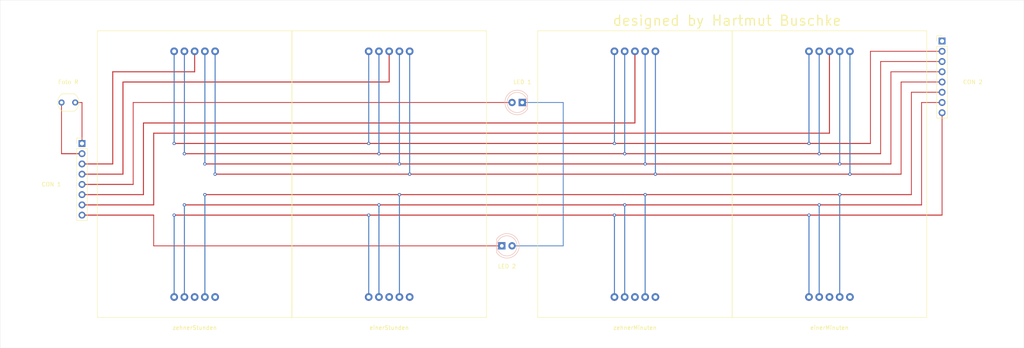
<source format=kicad_pcb>
(kicad_pcb (version 20221018) (generator pcbnew)
  (layers (0 "F.Cu" signal) (31 "B.Cu" signal) (34 "B.Paste" user) (35 "F.Paste" user) (36 "B.SilkS" user "B.Silkscreen") (37 "F.SilkS" user "F.Silkscreen") (38 "B.Mask" user) (39 "F.Mask" user) (44 "Edge.Cuts" user))
  (net 0 "")
  (footprint "eigene:SA23" (layer "F.Cu") (at 172.72 88.9)
    (fp_text reference "zehnerMinuten" (at 0 38.1 unlocked) (layer "F.SilkS"))
    (fp_text value "SA23")
    (fp_rect (start -24.13 -35.56) (end 24.13 35.56) (stroke (width 0.12)) (fill none) (layer "F.SilkS"))
    (pad "2" thru_hole circle (at -5.08 30.48) (size 1.9 1.9) (drill 1) (layers "*.Cu" "*.Mask"))
    (pad "3" thru_hole circle (at -2.54 30.48) (size 1.9 1.9) (drill 1) (layers "*.Cu" "*.Mask"))
    (pad "4" thru_hole circle (at 0 30.48) (size 1.9 1.9) (drill 1) (layers "*.Cu" "*.Mask"))
    (pad "5" thru_hole circle (at 2.54 30.48) (size 1.9 1.9) (drill 1) (layers "*.Cu" "*.Mask"))
    (pad "6" thru_hole circle (at 5.08 30.48) (size 1.9 1.9) (drill 1) (layers "*.Cu" "*.Mask"))
    (pad "7" thru_hole circle (at 5.08 -30.48) (size 1.9 1.9) (drill 1) (layers "*.Cu" "*.Mask"))
    (pad "8" thru_hole circle (at 2.54 -30.48) (size 1.9 1.9) (drill 1) (layers "*.Cu" "*.Mask"))
    (pad "9" thru_hole circle (at 0 -30.48) (size 1.9 1.9) (drill 1) (layers "*.Cu" "*.Mask"))
    (pad "10" thru_hole circle (at -2.54 -30.48) (size 1.9 1.9) (drill 1) (layers "*.Cu" "*.Mask"))
    (pad "11" thru_hole circle (at -5.08 -30.48) (size 1.9 1.9) (drill 1) (layers "*.Cu" "*.Mask"))
  )
  (footprint "Connector_PinHeader_2.54mm:PinHeader_1x08_P2.54mm_Vertical" (layer "F.Cu") (at 248.92 55.88)
    (fp_text reference "CON 2" (at 7.62 10.16) (layer "F.SilkS"))
    (fp_text value "PinHeader_1x08_P2.54mm_Vertical" hide)
    (fp_line (start -1.33 -1.33) (end 0 -1.33) (stroke (width 0.12)) (layer "F.SilkS"))
    (fp_line (start -1.33 0) (end -1.33 -1.33) (stroke (width 0.12)) (layer "F.SilkS"))
    (fp_line (start -1.33 1.27) (end -1.33 19.11) (stroke (width 0.12)) (layer "F.SilkS"))
    (fp_line (start -1.33 1.27) (end 1.33 1.27) (stroke (width 0.12)) (layer "F.SilkS"))
    (fp_line (start -1.33 19.11) (end 1.33 19.11) (stroke (width 0.12)) (layer "F.SilkS"))
    (fp_line (start 1.33 1.27) (end 1.33 19.11) (stroke (width 0.12)) (layer "F.SilkS"))
    (pad "1" thru_hole rect (at 0 0) (size 1.7 1.7) (drill 1) (layers "*.Cu" "*.Mask"))
    (pad "2" thru_hole oval (at 0 2.54) (size 1.7 1.7) (drill 1) (layers "*.Cu" "*.Mask"))
    (pad "3" thru_hole oval (at 0 5.08) (size 1.7 1.7) (drill 1) (layers "*.Cu" "*.Mask"))
    (pad "4" thru_hole oval (at 0 7.62) (size 1.7 1.7) (drill 1) (layers "*.Cu" "*.Mask"))
    (pad "5" thru_hole oval (at 0 10.16) (size 1.7 1.7) (drill 1) (layers "*.Cu" "*.Mask"))
    (pad "6" thru_hole oval (at 0 12.7) (size 1.7 1.7) (drill 1) (layers "*.Cu" "*.Mask"))
    (pad "7" thru_hole oval (at 0 15.24) (size 1.7 1.7) (drill 1) (layers "*.Cu" "*.Mask"))
    (pad "8" thru_hole oval (at 0 17.78) (size 1.7 1.7) (drill 1) (layers "*.Cu" "*.Mask"))
  )
  (footprint "MountingHole:MountingHole_3.2mm_M3" (layer "F.Cu") (at 259.08 121.92)
    (fp_text reference "REF**" hide)
    (fp_text value "MountingHole_3.2mm_M3" hide)
    (pad "" np_thru_hole circle (at 0 0) (size 3.2 3.2) (drill 3.2) (layers "*.Cu" "*.Mask"))
  )
  (footprint "eigene:SA23" (layer "F.Cu") (at 220.98 88.9)
    (fp_text reference "einerMinuten" (at 0 38.1 unlocked) (layer "F.SilkS"))
    (fp_text value "SA23")
    (fp_rect (start -24.13 -35.56) (end 24.13 35.56) (stroke (width 0.12)) (fill none) (layer "F.SilkS"))
    (pad "2" thru_hole circle (at -5.08 30.48) (size 1.9 1.9) (drill 1) (layers "*.Cu" "*.Mask"))
    (pad "3" thru_hole circle (at -2.54 30.48) (size 1.9 1.9) (drill 1) (layers "*.Cu" "*.Mask"))
    (pad "4" thru_hole circle (at 0 30.48) (size 1.9 1.9) (drill 1) (layers "*.Cu" "*.Mask"))
    (pad "5" thru_hole circle (at 2.54 30.48) (size 1.9 1.9) (drill 1) (layers "*.Cu" "*.Mask"))
    (pad "6" thru_hole circle (at 5.08 30.48) (size 1.9 1.9) (drill 1) (layers "*.Cu" "*.Mask"))
    (pad "7" thru_hole circle (at 5.08 -30.48) (size 1.9 1.9) (drill 1) (layers "*.Cu" "*.Mask"))
    (pad "8" thru_hole circle (at 2.54 -30.48) (size 1.9 1.9) (drill 1) (layers "*.Cu" "*.Mask"))
    (pad "9" thru_hole circle (at 0 -30.48) (size 1.9 1.9) (drill 1) (layers "*.Cu" "*.Mask"))
    (pad "10" thru_hole circle (at -2.54 -30.48) (size 1.9 1.9) (drill 1) (layers "*.Cu" "*.Mask"))
    (pad "11" thru_hole circle (at -5.08 -30.48) (size 1.9 1.9) (drill 1) (layers "*.Cu" "*.Mask"))
  )
  (footprint "MountingHole:MountingHole_3.2mm_M3" (layer "F.Cu") (at 25.4 55.88)
    (fp_text reference "REF**" hide)
    (fp_text value "MountingHole_3.2mm_M3" hide)
    (pad "" np_thru_hole circle (at 0 0) (size 3.2 3.2) (drill 3.2) (layers "*.Cu" "*.Mask"))
  )
  (footprint "eigene:SA23" (layer "F.Cu") (at 111.76 88.9)
    (fp_text reference "einerStunden" (at 0 38.1 unlocked) (layer "F.SilkS"))
    (fp_text value "SA23")
    (fp_rect (start -24.13 -35.56) (end 24.13 35.56) (stroke (width 0.12)) (fill none) (layer "F.SilkS"))
    (pad "2" thru_hole circle (at -5.08 30.48) (size 1.9 1.9) (drill 1) (layers "*.Cu" "*.Mask"))
    (pad "3" thru_hole circle (at -2.54 30.48) (size 1.9 1.9) (drill 1) (layers "*.Cu" "*.Mask"))
    (pad "4" thru_hole circle (at 0 30.48) (size 1.9 1.9) (drill 1) (layers "*.Cu" "*.Mask"))
    (pad "5" thru_hole circle (at 2.54 30.48) (size 1.9 1.9) (drill 1) (layers "*.Cu" "*.Mask"))
    (pad "6" thru_hole circle (at 5.08 30.48) (size 1.9 1.9) (drill 1) (layers "*.Cu" "*.Mask"))
    (pad "7" thru_hole circle (at 5.08 -30.48) (size 1.9 1.9) (drill 1) (layers "*.Cu" "*.Mask"))
    (pad "8" thru_hole circle (at 2.54 -30.48) (size 1.9 1.9) (drill 1) (layers "*.Cu" "*.Mask"))
    (pad "9" thru_hole circle (at 0 -30.48) (size 1.9 1.9) (drill 1) (layers "*.Cu" "*.Mask"))
    (pad "10" thru_hole circle (at -2.54 -30.48) (size 1.9 1.9) (drill 1) (layers "*.Cu" "*.Mask"))
    (pad "11" thru_hole circle (at -5.08 -30.48) (size 1.9 1.9) (drill 1) (layers "*.Cu" "*.Mask"))
  )
  (footprint "eigene:SA23" (layer "F.Cu") (at 63.5 88.9)
    (fp_text reference "zehnerStunden" (at 0 38.1 unlocked) (layer "F.SilkS"))
    (fp_text value "SA23")
    (fp_rect (start -24.13 -35.56) (end 24.13 35.56) (stroke (width 0.12)) (fill none) (layer "F.SilkS"))
    (pad "2" thru_hole circle (at -5.08 30.48) (size 1.9 1.9) (drill 1) (layers "*.Cu" "*.Mask"))
    (pad "3" thru_hole circle (at -2.54 30.48) (size 1.9 1.9) (drill 1) (layers "*.Cu" "*.Mask"))
    (pad "4" thru_hole circle (at 0 30.48) (size 1.9 1.9) (drill 1) (layers "*.Cu" "*.Mask"))
    (pad "5" thru_hole circle (at 2.54 30.48) (size 1.9 1.9) (drill 1) (layers "*.Cu" "*.Mask"))
    (pad "6" thru_hole circle (at 5.08 30.48) (size 1.9 1.9) (drill 1) (layers "*.Cu" "*.Mask"))
    (pad "7" thru_hole circle (at 5.08 -30.48) (size 1.9 1.9) (drill 1) (layers "*.Cu" "*.Mask"))
    (pad "8" thru_hole circle (at 2.54 -30.48) (size 1.9 1.9) (drill 1) (layers "*.Cu" "*.Mask"))
    (pad "9" thru_hole circle (at 0 -30.48) (size 1.9 1.9) (drill 1) (layers "*.Cu" "*.Mask"))
    (pad "10" thru_hole circle (at -2.54 -30.48) (size 1.9 1.9) (drill 1) (layers "*.Cu" "*.Mask"))
    (pad "11" thru_hole circle (at -5.08 -30.48) (size 1.9 1.9) (drill 1) (layers "*.Cu" "*.Mask"))
  )
  (footprint "OptoDevice:R_LDR_5.1x4.3mm_P3.4mm_Vertical" (layer "F.Cu") (at 30.48 71.12)
    (fp_text reference "Foto R" (at 1.675 -5.08) (layer "F.SilkS"))
    (fp_text value "R_LDR_5.1x4.3mm_P3.4mm_Vertical" hide)
    (fp_line (start 0.15 -2.15) (end 3.2 -2.15) (stroke (width 0.12)) (layer "F.SilkS"))
    (fp_line (start 0.15 2.15) (end 3.2 2.15) (stroke (width 0.12)) (layer "F.SilkS"))
    (fp_arc (start 0.15 2.15) (mid -0.950438 -0.013368) (end 0.171766 -2.165525) (stroke (width 0.12)) (layer "F.SilkS"))
    (fp_arc (start 3.2 -2.15) (mid 4.321403 -0.027338) (end 3.244513 2.118249) (stroke (width 0.12)) (layer "F.SilkS"))
    (pad "1" thru_hole circle (at 0 0) (size 1.5 1.5) (drill 0.8) (layers "*.Cu" "*.Mask"))
    (pad "2" thru_hole circle (at 3.4 0) (size 1.5 1.5) (drill 0.8) (layers "*.Cu" "*.Mask"))
  )
  (footprint "MountingHole:MountingHole_3.2mm_M3" (layer "F.Cu") (at 25.4 121.92)
    (fp_text reference "REF**" hide)
    (fp_text value "MountingHole_3.2mm_M3" hide)
    (pad "" np_thru_hole circle (at 0 0) (size 3.2 3.2) (drill 3.2) (layers "*.Cu" "*.Mask"))
  )
  (footprint "Connector_PinHeader_2.54mm:PinHeader_1x08_P2.54mm_Vertical" (layer "F.Cu") (at 35.56 81.28)
    (fp_text reference "CON 1" (at -7.62 10.16) (layer "F.SilkS"))
    (fp_text value "PinHeader_1x08_P2.54mm_Vertical" hide)
    (fp_line (start -1.33 -1.33) (end 0 -1.33) (stroke (width 0.12)) (layer "F.SilkS"))
    (fp_line (start -1.33 0) (end -1.33 -1.33) (stroke (width 0.12)) (layer "F.SilkS"))
    (fp_line (start -1.33 1.27) (end -1.33 19.11) (stroke (width 0.12)) (layer "F.SilkS"))
    (fp_line (start -1.33 1.27) (end 1.33 1.27) (stroke (width 0.12)) (layer "F.SilkS"))
    (fp_line (start -1.33 19.11) (end 1.33 19.11) (stroke (width 0.12)) (layer "F.SilkS"))
    (fp_line (start 1.33 1.27) (end 1.33 19.11) (stroke (width 0.12)) (layer "F.SilkS"))
    (pad "1" thru_hole rect (at 0 0) (size 1.7 1.7) (drill 1) (layers "*.Cu" "*.Mask"))
    (pad "2" thru_hole oval (at 0 2.54) (size 1.7 1.7) (drill 1) (layers "*.Cu" "*.Mask"))
    (pad "3" thru_hole oval (at 0 5.08) (size 1.7 1.7) (drill 1) (layers "*.Cu" "*.Mask"))
    (pad "4" thru_hole oval (at 0 7.62) (size 1.7 1.7) (drill 1) (layers "*.Cu" "*.Mask"))
    (pad "5" thru_hole oval (at 0 10.16) (size 1.7 1.7) (drill 1) (layers "*.Cu" "*.Mask"))
    (pad "6" thru_hole oval (at 0 12.7) (size 1.7 1.7) (drill 1) (layers "*.Cu" "*.Mask"))
    (pad "7" thru_hole oval (at 0 15.24) (size 1.7 1.7) (drill 1) (layers "*.Cu" "*.Mask"))
    (pad "8" thru_hole oval (at 0 17.78) (size 1.7 1.7) (drill 1) (layers "*.Cu" "*.Mask"))
  )
  (footprint "MountingHole:MountingHole_3.2mm_M3" (layer "F.Cu") (at 259.08 55.88)
    (fp_text reference "REF**" hide)
    (fp_text value "MountingHole_3.2mm_M3" hide)
    (pad "" np_thru_hole circle (at 0 0) (size 3.2 3.2) (drill 3.2) (layers "*.Cu" "*.Mask"))
  )
  (footprint "LED_THT:LED_D5.0mm_FlatTop" (layer "B.Cu") (at 144.78 71.12 180)
    (fp_text reference "LED 1" (at 0 5.08) (layer "F.SilkS"))
    (fp_text value "LED_D5.0mm_FlatTop" hide)
    (fp_line (start -1.29 1.64) (end -1.29 -1.64) (stroke (width 0.12)) (layer "B.SilkS"))
    (fp_arc (start -1.29 -1.639512) (mid 2.125106 -2.917258) (end 4.309999 0.001958) (stroke (width 0.12)) (layer "B.SilkS"))
    (fp_arc (start 4.309999 -0.001958) (mid 2.125106 2.917258) (end -1.29 1.639512) (stroke (width 0.12)) (layer "B.SilkS"))
    (fp_circle (center 1.27 0) (end 3.77 0) (stroke (width 0.12)) (fill none) (layer "B.SilkS"))
    (pad "1" thru_hole rect (at 0 0 180) (size 1.8 1.8) (drill 0.9) (layers "*.Cu" "*.Mask"))
    (pad "2" thru_hole circle (at 2.54 0 180) (size 1.8 1.8) (drill 0.9) (layers "*.Cu" "*.Mask"))
  )
  (footprint "LED_THT:LED_D5.0mm_FlatTop" (layer "B.Cu") (at 139.7 106.68)
    (fp_text reference "LED 2" (at 1.27 5.08) (layer "F.SilkS"))
    (fp_text value "LED_D5.0mm_FlatTop" hide)
    (fp_line (start -1.29 1.64) (end -1.29 -1.64) (stroke (width 0.12)) (layer "B.SilkS"))
    (fp_arc (start -1.29 -1.639512) (mid 2.125106 -2.917258) (end 4.309999 0.001958) (stroke (width 0.12)) (layer "B.SilkS"))
    (fp_arc (start 4.309999 -0.001958) (mid 2.125106 2.917258) (end -1.29 1.639512) (stroke (width 0.12)) (layer "B.SilkS"))
    (fp_circle (center 1.27 0) (end 3.77 0) (stroke (width 0.12)) (fill none) (layer "B.SilkS"))
    (pad "1" thru_hole rect (at 0 0) (size 1.8 1.8) (drill 0.9) (layers "*.Cu" "*.Mask"))
    (pad "2" thru_hole circle (at 2.54 0) (size 1.8 1.8) (drill 0.9) (layers "*.Cu" "*.Mask"))
  )
  (gr_rect (start 142.24 129.54) (end 142.24 129.54) (stroke (width 0.2)) (fill none) (layer "B.Cu"))
  (gr_rect (start 15.24 45.72) (end 269.24 132.08) (stroke (width 0.05)) (fill none) (layer "Edge.Cuts"))
  (gr_text "designed by Hartmut Buschke" (at 195.58 50.8) (layer "F.SilkS") (effects (font (size 2.5 2.5) (thickness 0.3))))
  (segment (start 30.48 71.12) (end 30.48 83.82) (width 0.2) (layer "F.Cu") (net 0))
  (segment (start 231.14 81.28) (end 58.42 81.28) (width 0.25) (layer "F.Cu") (net 0))
  (segment (start 33.88 71.12) (end 35.56 71.12) (width 0.2) (layer "F.Cu") (net 0))
  (segment (start 35.56 99.06) (end 53.34 99.06) (width 0.25) (layer "F.Cu") (net 0))
  (segment (start 43.18 86.36) (end 43.18 63.5) (width 0.25) (layer "F.Cu") (net 0))
  (segment (start 248.92 58.42) (end 231.14 58.42) (width 0.2) (layer "F.Cu") (net 0))
  (segment (start 248.92 68.58) (end 241.3 68.58) (width 0.2) (layer "F.Cu") (net 0))
  (segment (start 248.92 99.06) (end 58.42 99.06) (width 0.25) (layer "F.Cu") (net 0))
  (segment (start 220.98 58.42) (end 220.98 78.74) (width 0.25) (layer "F.Cu") (net 0))
  (segment (start 241.3 93.98) (end 66.04 93.98) (width 0.25) (layer "F.Cu") (net 0))
  (segment (start 248.92 71.12) (end 243.84 71.12) (width 0.2) (layer "F.Cu") (net 0))
  (segment (start 142.24 71.12) (end 48.26 71.12) (width 0.2) (layer "F.Cu") (net 0))
  (segment (start 233.68 60.96) (end 233.68 83.82) (width 0.2) (layer "F.Cu") (net 0))
  (segment (start 236.22 63.5) (end 236.22 86.36) (width 0.2) (layer "F.Cu") (net 0))
  (segment (start 53.34 96.52) (end 35.56 96.52) (width 0.25) (layer "F.Cu") (net 0))
  (segment (start 111.76 66.04) (end 111.76 58.42) (width 0.25) (layer "F.Cu") (net 0))
  (segment (start 35.56 86.36) (end 43.18 86.36) (width 0.25) (layer "F.Cu") (net 0))
  (segment (start 248.92 60.96) (end 233.68 60.96) (width 0.2) (layer "F.Cu") (net 0))
  (segment (start 45.72 66.04) (end 111.76 66.04) (width 0.25) (layer "F.Cu") (net 0))
  (segment (start 45.72 88.9) (end 45.72 66.04) (width 0.25) (layer "F.Cu") (net 0))
  (segment (start 30.48 83.82) (end 35.56 83.82) (width 0.25) (layer "F.Cu") (net 0))
  (segment (start 50.8 76.2) (end 50.8 93.98) (width 0.25) (layer "F.Cu") (net 0))
  (segment (start 248.92 73.66) (end 248.92 99.06) (width 0.2) (layer "F.Cu") (net 0))
  (segment (start 53.34 106.68) (end 53.34 99.06) (width 0.2) (layer "F.Cu") (net 0))
  (segment (start 35.56 91.44) (end 48.26 91.44) (width 0.25) (layer "F.Cu") (net 0))
  (segment (start 231.14 58.42) (end 231.14 81.28) (width 0.2) (layer "F.Cu") (net 0))
  (segment (start 220.98 78.74) (end 53.34 78.74) (width 0.25) (layer "F.Cu") (net 0))
  (segment (start 243.84 96.52) (end 60.96 96.52) (width 0.25) (layer "F.Cu") (net 0))
  (segment (start 50.8 93.98) (end 35.56 93.98) (width 0.25) (layer "F.Cu") (net 0))
  (segment (start 248.92 66.04) (end 238.76 66.04) (width 0.2) (layer "F.Cu") (net 0))
  (segment (start 238.76 88.9) (end 68.58 88.9) (width 0.25) (layer "F.Cu") (net 0))
  (segment (start 243.84 71.12) (end 243.84 96.52) (width 0.2) (layer "F.Cu") (net 0))
  (segment (start 233.68 83.82) (end 60.96 83.82) (width 0.25) (layer "F.Cu") (net 0))
  (segment (start 241.3 68.58) (end 241.3 93.98) (width 0.2) (layer "F.Cu") (net 0))
  (segment (start 139.7 106.68) (end 53.34 106.68) (width 0.2) (layer "F.Cu") (net 0))
  (segment (start 48.26 71.12) (end 48.26 91.44) (width 0.2) (layer "F.Cu") (net 0))
  (segment (start 43.18 63.5) (end 63.5 63.5) (width 0.25) (layer "F.Cu") (net 0))
  (segment (start 35.56 71.12) (end 35.56 81.28) (width 0.2) (layer "F.Cu") (net 0))
  (segment (start 35.56 88.9) (end 45.72 88.9) (width 0.25) (layer "F.Cu") (net 0))
  (segment (start 238.76 66.04) (end 238.76 88.9) (width 0.2) (layer "F.Cu") (net 0))
  (segment (start 172.72 58.42) (end 172.72 76.2) (width 0.25) (layer "F.Cu") (net 0))
  (segment (start 172.72 76.2) (end 50.8 76.2) (width 0.25) (layer "F.Cu") (net 0))
  (segment (start 236.22 86.36) (end 66.04 86.36) (width 0.25) (layer "F.Cu") (net 0))
  (segment (start 248.92 63.5) (end 236.22 63.5) (width 0.2) (layer "F.Cu") (net 0))
  (segment (start 63.5 63.5) (end 63.5 58.42) (width 0.25) (layer "F.Cu") (net 0))
  (segment (start 53.34 78.74) (end 53.34 96.52) (width 0.25) (layer "F.Cu") (net 0))
  (via (at 66.04 93.98) (size 0.8) (drill 0.4) (layers "F.Cu" "B.Cu") (net 0))
  (via (at 226.06 88.9) (size 0.8) (drill 0.4) (layers "F.Cu" "B.Cu") (net 0))
  (via (at 170.18 83.82) (size 0.8) (drill 0.4) (layers "F.Cu" "B.Cu") (net 0))
  (via (at 175.26 93.98) (size 0.8) (drill 0.4) (layers "F.Cu" "B.Cu") (net 0))
  (via (at 106.68 99.06) (size 0.8) (drill 0.4) (layers "F.Cu" "B.Cu") (net 0))
  (via (at 114.3 93.98) (size 0.8) (drill 0.4) (layers "F.Cu" "B.Cu") (net 0))
  (via (at 223.52 86.36) (size 0.8) (drill 0.4) (layers "F.Cu" "B.Cu") (net 0))
  (via (at 177.8 88.9) (size 0.8) (drill 0.4) (layers "F.Cu" "B.Cu") (net 0))
  (via (at 218.44 96.52) (size 0.8) (drill 0.4) (layers "F.Cu" "B.Cu") (net 0))
  (via (at 58.42 81.28) (size 0.8) (drill 0.4) (layers "F.Cu" "B.Cu") (net 0))
  (via (at 215.9 99.06) (size 0.8) (drill 0.4) (layers "F.Cu" "B.Cu") (net 0))
  (via (at 167.64 81.28) (size 0.8) (drill 0.4) (layers "F.Cu" "B.Cu") (net 0))
  (via (at 60.96 83.82) (size 0.8) (drill 0.4) (layers "F.Cu" "B.Cu") (net 0))
  (via (at 114.3 86.36) (size 0.8) (drill 0.4) (layers "F.Cu" "B.Cu") (net 0))
  (via (at 68.58 88.9) (size 0.8) (drill 0.4) (layers "F.Cu" "B.Cu") (net 0))
  (via (at 66.04 86.36) (size 0.8) (drill 0.4) (layers "F.Cu" "B.Cu") (net 0))
  (via (at 215.9 81.28) (size 0.8) (drill 0.4) (layers "F.Cu" "B.Cu") (net 0))
  (via (at 109.22 96.52) (size 0.8) (drill 0.4) (layers "F.Cu" "B.Cu") (net 0))
  (via (at 106.68 81.28) (size 0.8) (drill 0.4) (layers "F.Cu" "B.Cu") (net 0))
  (via (at 60.96 96.52) (size 0.8) (drill 0.4) (layers "F.Cu" "B.Cu") (net 0))
  (via (at 58.42 99.06) (size 0.8) (drill 0.4) (layers "F.Cu" "B.Cu") (net 0))
  (via (at 116.84 88.9) (size 0.8) (drill 0.4) (layers "F.Cu" "B.Cu") (net 0))
  (via (at 109.22 83.82) (size 0.8) (drill 0.4) (layers "F.Cu" "B.Cu") (net 0))
  (via (at 218.44 83.82) (size 0.8) (drill 0.4) (layers "F.Cu" "B.Cu") (net 0))
  (via (at 223.52 93.98) (size 0.8) (drill 0.4) (layers "F.Cu" "B.Cu") (net 0))
  (via (at 167.64 99.06) (size 0.8) (drill 0.4) (layers "F.Cu" "B.Cu") (net 0))
  (via (at 170.18 96.52) (size 0.8) (drill 0.4) (layers "F.Cu" "B.Cu") (net 0))
  (via (at 175.26 86.36) (size 0.8) (drill 0.4) (layers "F.Cu" "B.Cu") (net 0))
  (segment (start 177.8 58.42) (end 177.8 88.9) (width 0.25) (layer "B.Cu") (net 0))
  (segment (start 106.68 119.38) (end 106.68 99.06) (width 0.25) (layer "B.Cu") (net 0))
  (segment (start 144.78 71.12) (end 154.94 71.12) (width 0.2) (layer "B.Cu") (net 0))
  (segment (start 223.52 119.38) (end 223.52 93.98) (width 0.25) (layer "B.Cu") (net 0))
  (segment (start 154.94 71.12) (end 154.94 106.68) (width 0.2) (layer "B.Cu") (net 0))
  (segment (start 175.26 96.52) (end 175.26 93.98) (width 0.25) (layer "B.Cu") (net 0))
  (segment (start 116.84 58.42) (end 116.84 88.9) (width 0.25) (layer "B.Cu") (net 0))
  (segment (start 175.26 58.42) (end 175.26 86.36) (width 0.25) (layer "B.Cu") (net 0))
  (segment (start 223.52 58.42) (end 223.52 86.36) (width 0.25) (layer "B.Cu") (net 0))
  (segment (start 66.04 119.38) (end 66.04 93.98) (width 0.25) (layer "B.Cu") (net 0))
  (segment (start 114.3 58.42) (end 114.3 86.36) (width 0.25) (layer "B.Cu") (net 0))
  (segment (start 60.96 58.42) (end 60.96 83.82) (width 0.25) (layer "B.Cu") (net 0))
  (segment (start 167.64 58.42) (end 167.64 81.28) (width 0.25) (layer "B.Cu") (net 0))
  (segment (start 114.3 119.38) (end 114.3 93.98) (width 0.25) (layer "B.Cu") (net 0))
  (segment (start 170.18 58.42) (end 170.18 83.82) (width 0.25) (layer "B.Cu") (net 0))
  (segment (start 106.68 58.42) (end 106.68 81.28) (width 0.25) (layer "B.Cu") (net 0))
  (segment (start 109.22 58.42) (end 109.22 83.82) (width 0.25) (layer "B.Cu") (net 0))
  (segment (start 68.58 58.42) (end 68.58 88.9) (width 0.25) (layer "B.Cu") (net 0))
  (segment (start 218.44 58.42) (end 218.44 83.82) (width 0.25) (layer "B.Cu") (net 0))
  (segment (start 215.9 119.38) (end 215.9 99.06) (width 0.25) (layer "B.Cu") (net 0))
  (segment (start 109.22 119.38) (end 109.22 96.52) (width 0.25) (layer "B.Cu") (net 0))
  (segment (start 58.42 119.38) (end 58.42 99.06) (width 0.25) (layer "B.Cu") (net 0))
  (segment (start 66.04 58.42) (end 66.04 86.36) (width 0.25) (layer "B.Cu") (net 0))
  (segment (start 215.9 58.42) (end 215.9 81.28) (width 0.25) (layer "B.Cu") (net 0))
  (segment (start 58.42 58.42) (end 58.42 81.28) (width 0.25) (layer "B.Cu") (net 0))
  (segment (start 154.94 106.68) (end 142.24 106.68) (width 0.2) (layer "B.Cu") (net 0))
  (segment (start 226.06 58.42) (end 226.06 88.9) (width 0.25) (layer "B.Cu") (net 0))
  (segment (start 218.44 119.38) (end 218.44 96.52) (width 0.25) (layer "B.Cu") (net 0))
  (segment (start 170.18 119.38) (end 170.18 96.52) (width 0.25) (layer "B.Cu") (net 0))
  (segment (start 167.64 119.38) (end 167.64 99.06) (width 0.25) (layer "B.Cu") (net 0))
  (segment (start 175.26 119.38) (end 175.26 96.52) (width 0.25) (layer "B.Cu") (net 0))
  (segment (start 60.96 119.38) (end 60.96 96.52) (width 0.25) (layer "B.Cu") (net 0))
)
</source>
